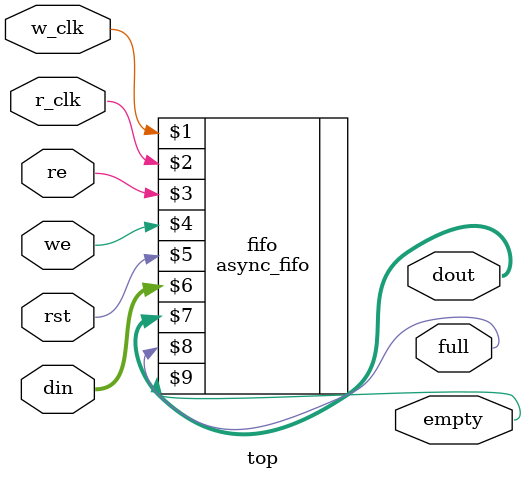
<source format=sv>
`timescale 1ns/1ps

`include "async_fifo.sv"

module top(
	w_clk,
	r_clk,
	we,
	re,
	din,
	rst,
	dout,
	full,
	empty
);

localparam width = 8;
localparam depth = 5;
localparam pntr_width = 3;

input logic w_clk, r_clk, we, re, rst;
input logic[width - 1:0] din;
output logic[width - 1:0] dout;
output logic full, empty;

initial begin
	$display("Compiled Correctly");
end

async_fifo #(.PNTR_WIDTH(pntr_width), .DATA_WIDTH(width), .FIFO_DEPTH(depth)) 
	fifo(w_clk, r_clk, re, we, rst, din, dout, full, empty);


//defparam fifo.PNTR_WIDTH = 3;
//defparam fifo.DATA_WIDTH = width;
//defparam fifo.FIFO_DEPTH = depth;

endmodule

</source>
